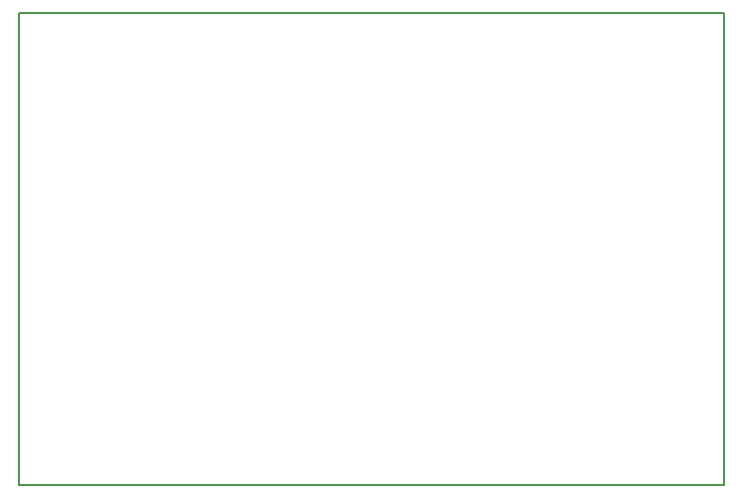
<source format=gbr>
G04 #@! TF.GenerationSoftware,KiCad,Pcbnew,(5.0.1-3-g963ef8bb5)*
G04 #@! TF.CreationDate,2019-02-10T00:29:52-05:00*
G04 #@! TF.ProjectId,glowtieProgrammer,676C6F7774696550726F6772616D6D65,rev?*
G04 #@! TF.SameCoordinates,Original*
G04 #@! TF.FileFunction,Profile,NP*
%FSLAX46Y46*%
G04 Gerber Fmt 4.6, Leading zero omitted, Abs format (unit mm)*
G04 Created by KiCad (PCBNEW (5.0.1-3-g963ef8bb5)) date Sunday, February 10, 2019 at 12:29:52 AM*
%MOMM*%
%LPD*%
G01*
G04 APERTURE LIST*
%ADD10C,0.150000*%
G04 APERTURE END LIST*
D10*
X186690000Y-25400000D02*
X127000000Y-25400000D01*
X186690000Y-65405000D02*
X186690000Y-25400000D01*
X127000000Y-65405000D02*
X186690000Y-65405000D01*
X127000000Y-63500000D02*
X127000000Y-65405000D01*
X127000000Y-25400000D02*
X127000000Y-63500000D01*
M02*

</source>
